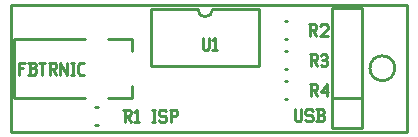
<source format=gto>
G04 start of page 8 for group -4079 idx -4079 *
G04 Title: wearlink, topsilk *
G04 Creator: pcb 1.99z *
G04 CreationDate: Sun Feb 24 14:25:00 2013 UTC *
G04 For: dijkstra *
G04 Format: Gerber/RS-274X *
G04 PCB-Dimensions (mil): 1326.38 433.46 *
G04 PCB-Coordinate-Origin: lower left *
%MOIN*%
%FSLAX25Y25*%
%LNTOPSILK*%
%ADD117C,0.0100*%
G54D117*X295Y512D02*Y43031D01*
Y43071D02*X335Y43031D01*
X295Y512D02*X132146D01*
X335Y43031D02*X132146D01*
Y512D01*
X91438Y17499D02*X92224D01*
X91438Y11595D02*X92224D01*
X91438Y27460D02*X92224D01*
X91438Y21556D02*X92224D01*
X117106Y41850D02*Y1850D01*
X107106Y41850D02*X117106D01*
X107106D02*Y1850D01*
X117106D01*
X107106Y11850D02*X117106D01*
X107106D02*Y1850D01*
X91438Y37460D02*X92224D01*
X91438Y31556D02*X92224D01*
X40453Y15866D02*Y11929D01*
X32579D02*X40453D01*
X1083D02*X24705D01*
X1083Y31614D02*Y11929D01*
Y31614D02*X24705D01*
X32579D02*X40453D01*
Y27677D01*
X28249Y3072D02*X29035D01*
X28249Y8976D02*X29035D01*
X46862Y41508D02*Y22508D01*
X82862D01*
Y41508D01*
X46862D02*X62362D01*
X82862D02*X67362D01*
X62362D02*G75*G03X67362Y41508I2500J0D01*G01*
X119783Y21850D02*G75*G03X119783Y21850I4134J0D01*G01*
X99705Y16500D02*X101705D01*
X102205Y16000D01*
Y15000D01*
X101705Y14500D02*X102205Y15000D01*
X100205Y14500D02*X101705D01*
X100205Y16500D02*Y12500D01*
X101005Y14500D02*X102205Y12500D01*
X103405Y14000D02*X105405Y16500D01*
X103405Y14000D02*X105905D01*
X105405Y16500D02*Y12500D01*
X99705Y26461D02*X101705D01*
X102205Y25961D01*
Y24961D01*
X101705Y24461D02*X102205Y24961D01*
X100205Y24461D02*X101705D01*
X100205Y26461D02*Y22461D01*
X101005Y24461D02*X102205Y22461D01*
X103405Y25961D02*X103905Y26461D01*
X104905D01*
X105405Y25961D01*
X104905Y22461D02*X105405Y22961D01*
X103905Y22461D02*X104905D01*
X103405Y22961D02*X103905Y22461D01*
Y24661D02*X104905D01*
X105405Y25961D02*Y25161D01*
Y24161D02*Y22961D01*
Y24161D02*X104905Y24661D01*
X105405Y25161D02*X104905Y24661D01*
X94941Y8094D02*Y4594D01*
X95441Y4094D01*
X96441D01*
X96941Y4594D01*
Y8094D02*Y4594D01*
X100141Y8094D02*X100641Y7594D01*
X98641Y8094D02*X100141D01*
X98141Y7594D02*X98641Y8094D01*
X98141Y7594D02*Y6594D01*
X98641Y6094D01*
X100141D01*
X100641Y5594D01*
Y4594D01*
X100141Y4094D02*X100641Y4594D01*
X98641Y4094D02*X100141D01*
X98141Y4594D02*X98641Y4094D01*
X101841D02*X103841D01*
X104341Y4594D01*
Y5794D02*Y4594D01*
X103841Y6294D02*X104341Y5794D01*
X102341Y6294D02*X103841D01*
X102341Y8094D02*Y4094D01*
X101841Y8094D02*X103841D01*
X104341Y7594D01*
Y6794D01*
X103841Y6294D02*X104341Y6794D01*
X99468Y36461D02*X101468D01*
X101968Y35961D01*
Y34961D01*
X101468Y34461D02*X101968Y34961D01*
X99968Y34461D02*X101468D01*
X99968Y36461D02*Y32461D01*
X100768Y34461D02*X101968Y32461D01*
X103168Y35961D02*X103668Y36461D01*
X105168D01*
X105668Y35961D01*
Y34961D01*
X103168Y32461D02*X105668Y34961D01*
X103168Y32461D02*X105668D01*
X2657Y23724D02*Y19724D01*
Y23724D02*X4657D01*
X2657Y21924D02*X4157D01*
X5857Y19724D02*X7857D01*
X8357Y20224D01*
Y21424D02*Y20224D01*
X7857Y21924D02*X8357Y21424D01*
X6357Y21924D02*X7857D01*
X6357Y23724D02*Y19724D01*
X5857Y23724D02*X7857D01*
X8357Y23224D01*
Y22424D01*
X7857Y21924D02*X8357Y22424D01*
X9557Y23724D02*X11557D01*
X10557D02*Y19724D01*
X12757Y23724D02*X14757D01*
X15257Y23224D01*
Y22224D01*
X14757Y21724D02*X15257Y22224D01*
X13257Y21724D02*X14757D01*
X13257Y23724D02*Y19724D01*
X14057Y21724D02*X15257Y19724D01*
X16457Y23724D02*Y19724D01*
Y23724D02*X18957Y19724D01*
Y23724D02*Y19724D01*
X20158Y23724D02*X21158D01*
X20658D02*Y19724D01*
X20158D02*X21158D01*
X23058D02*X24358D01*
X22358Y20424D02*X23058Y19724D01*
X22358Y23024D02*Y20424D01*
Y23024D02*X23058Y23724D01*
X24358D01*
X47185Y7996D02*X48185D01*
X47685D02*Y3996D01*
X47185D02*X48185D01*
X51385Y7996D02*X51885Y7496D01*
X49885Y7996D02*X51385D01*
X49385Y7496D02*X49885Y7996D01*
X49385Y7496D02*Y6496D01*
X49885Y5996D01*
X51385D01*
X51885Y5496D01*
Y4496D01*
X51385Y3996D02*X51885Y4496D01*
X49885Y3996D02*X51385D01*
X49385Y4496D02*X49885Y3996D01*
X53585Y7996D02*Y3996D01*
X53085Y7996D02*X55085D01*
X55585Y7496D01*
Y6496D01*
X55085Y5996D02*X55585Y6496D01*
X53585Y5996D02*X55085D01*
X37500Y7976D02*X39500D01*
X40000Y7476D01*
Y6476D01*
X39500Y5976D02*X40000Y6476D01*
X38000Y5976D02*X39500D01*
X38000Y7976D02*Y3976D01*
X38800Y5976D02*X40000Y3976D01*
X41200Y7176D02*X42000Y7976D01*
Y3976D01*
X41200D02*X42700D01*
X63974Y31938D02*Y28438D01*
X64474Y27938D01*
X65474D01*
X65974Y28438D01*
Y31938D02*Y28438D01*
X67174Y31138D02*X67974Y31938D01*
Y27938D01*
X67174D02*X68674D01*
M02*

</source>
